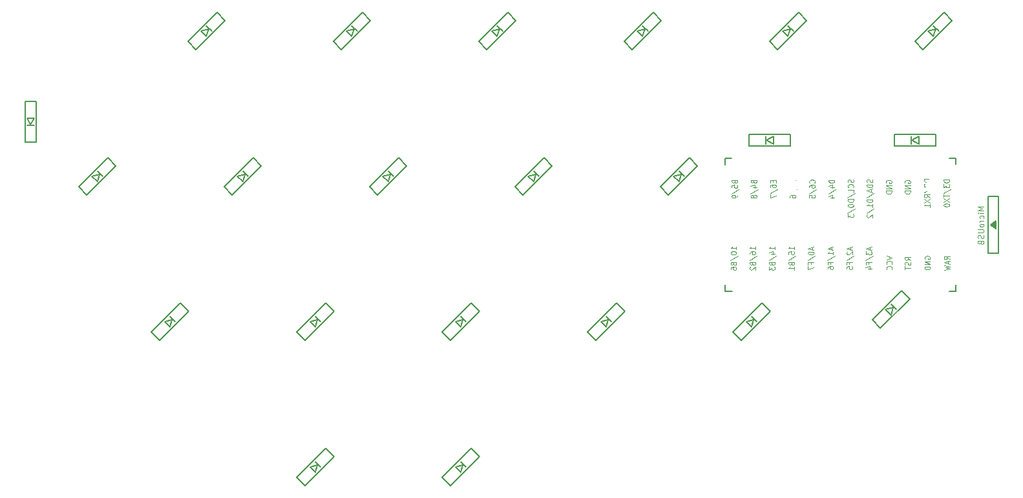
<source format=gbo>
G04 #@! TF.GenerationSoftware,KiCad,Pcbnew,(5.1.10-1-10_14)*
G04 #@! TF.CreationDate,2021-09-05T18:36:36+10:00*
G04 #@! TF.ProjectId,WTL-Split-Right,57544c2d-5370-46c6-9974-2d5269676874,rev?*
G04 #@! TF.SameCoordinates,Original*
G04 #@! TF.FileFunction,Legend,Bot*
G04 #@! TF.FilePolarity,Positive*
%FSLAX46Y46*%
G04 Gerber Fmt 4.6, Leading zero omitted, Abs format (unit mm)*
G04 Created by KiCad (PCBNEW (5.1.10-1-10_14)) date 2021-09-05 18:36:36*
%MOMM*%
%LPD*%
G01*
G04 APERTURE LIST*
%ADD10C,0.150000*%
%ADD11C,0.125000*%
%ADD12C,0.120000*%
%ADD13C,1.200000*%
%ADD14C,0.100000*%
%ADD15R,1.400000X1.000000*%
%ADD16R,1.000000X1.400000*%
%ADD17C,2.250000*%
%ADD18C,3.987800*%
%ADD19C,1.750000*%
%ADD20C,3.048000*%
G04 APERTURE END LIST*
D10*
X118268750Y-92955393D02*
X118975857Y-93662500D01*
X118551593Y-93379657D02*
X117561643Y-93662500D01*
X118268750Y-94369607D02*
X118551593Y-93379657D01*
X117561643Y-93662500D02*
X118268750Y-94369607D01*
X115829232Y-95041358D02*
X116889892Y-96102018D01*
X119647608Y-91222982D02*
X120708268Y-92283642D01*
X115829232Y-95041358D02*
X119647608Y-91222982D01*
X120708268Y-92283642D02*
X116889892Y-96102018D01*
X99218750Y-92955393D02*
X99925857Y-93662500D01*
X99501593Y-93379657D02*
X98511643Y-93662500D01*
X99218750Y-94369607D02*
X99501593Y-93379657D01*
X98511643Y-93662500D02*
X99218750Y-94369607D01*
X96779232Y-95041358D02*
X97839892Y-96102018D01*
X100597608Y-91222982D02*
X101658268Y-92283642D01*
X96779232Y-95041358D02*
X100597608Y-91222982D01*
X101658268Y-92283642D02*
X97839892Y-96102018D01*
X174625000Y-72317893D02*
X175332107Y-73025000D01*
X174907843Y-72742157D02*
X173917893Y-73025000D01*
X174625000Y-73732107D02*
X174907843Y-72742157D01*
X173917893Y-73025000D02*
X174625000Y-73732107D01*
X172185482Y-74403858D02*
X173246142Y-75464518D01*
X176003858Y-70585482D02*
X177064518Y-71646142D01*
X172185482Y-74403858D02*
X176003858Y-70585482D01*
X177064518Y-71646142D02*
X173246142Y-75464518D01*
X156368750Y-73905393D02*
X157075857Y-74612500D01*
X156651593Y-74329657D02*
X155661643Y-74612500D01*
X156368750Y-75319607D02*
X156651593Y-74329657D01*
X155661643Y-74612500D02*
X156368750Y-75319607D01*
X153929232Y-75991358D02*
X154989892Y-77052018D01*
X157747608Y-72172982D02*
X158808268Y-73233642D01*
X153929232Y-75991358D02*
X157747608Y-72172982D01*
X158808268Y-73233642D02*
X154989892Y-77052018D01*
X137318750Y-73905393D02*
X138025857Y-74612500D01*
X137601593Y-74329657D02*
X136611643Y-74612500D01*
X137318750Y-75319607D02*
X137601593Y-74329657D01*
X136611643Y-74612500D02*
X137318750Y-75319607D01*
X134879232Y-75991358D02*
X135939892Y-77052018D01*
X138697608Y-72172982D02*
X139758268Y-73233642D01*
X134879232Y-75991358D02*
X138697608Y-72172982D01*
X139758268Y-73233642D02*
X135939892Y-77052018D01*
X118268750Y-73905393D02*
X118975857Y-74612500D01*
X118551593Y-74329657D02*
X117561643Y-74612500D01*
X118268750Y-75319607D02*
X118551593Y-74329657D01*
X117561643Y-74612500D02*
X118268750Y-75319607D01*
X115829232Y-75991358D02*
X116889892Y-77052018D01*
X119647608Y-72172982D02*
X120708268Y-73233642D01*
X115829232Y-75991358D02*
X119647608Y-72172982D01*
X120708268Y-73233642D02*
X116889892Y-77052018D01*
X99218750Y-73905393D02*
X99925857Y-74612500D01*
X99501593Y-74329657D02*
X98511643Y-74612500D01*
X99218750Y-75319607D02*
X99501593Y-74329657D01*
X98511643Y-74612500D02*
X99218750Y-75319607D01*
X96779232Y-75991358D02*
X97839892Y-77052018D01*
X100597608Y-72172982D02*
X101658268Y-73233642D01*
X96779232Y-75991358D02*
X100597608Y-72172982D01*
X101658268Y-73233642D02*
X97839892Y-77052018D01*
X80168750Y-73905393D02*
X80875857Y-74612500D01*
X80451593Y-74329657D02*
X79461643Y-74612500D01*
X80168750Y-75319607D02*
X80451593Y-74329657D01*
X79461643Y-74612500D02*
X80168750Y-75319607D01*
X77729232Y-75991358D02*
X78789892Y-77052018D01*
X81547608Y-72172982D02*
X82608268Y-73233642D01*
X77729232Y-75991358D02*
X81547608Y-72172982D01*
X82608268Y-73233642D02*
X78789892Y-77052018D01*
X177300000Y-51300000D02*
X177300000Y-50300000D01*
X177400000Y-50800000D02*
X178300000Y-51300000D01*
X178300000Y-50300000D02*
X177400000Y-50800000D01*
X178300000Y-51300000D02*
X178300000Y-50300000D01*
X180500000Y-51550000D02*
X180500000Y-50050000D01*
X175100000Y-51550000D02*
X175100000Y-50050000D01*
X180500000Y-51550000D02*
X175100000Y-51550000D01*
X175100000Y-50050000D02*
X180500000Y-50050000D01*
X158250000Y-51300000D02*
X158250000Y-50300000D01*
X158350000Y-50800000D02*
X159250000Y-51300000D01*
X159250000Y-50300000D02*
X158350000Y-50800000D01*
X159250000Y-51300000D02*
X159250000Y-50300000D01*
X161450000Y-51550000D02*
X161450000Y-50050000D01*
X156050000Y-51550000D02*
X156050000Y-50050000D01*
X161450000Y-51550000D02*
X156050000Y-51550000D01*
X156050000Y-50050000D02*
X161450000Y-50050000D01*
X146843750Y-54855393D02*
X147550857Y-55562500D01*
X147126593Y-55279657D02*
X146136643Y-55562500D01*
X146843750Y-56269607D02*
X147126593Y-55279657D01*
X146136643Y-55562500D02*
X146843750Y-56269607D01*
X144404232Y-56941358D02*
X145464892Y-58002018D01*
X148222608Y-53122982D02*
X149283268Y-54183642D01*
X144404232Y-56941358D02*
X148222608Y-53122982D01*
X149283268Y-54183642D02*
X145464892Y-58002018D01*
X127793750Y-54855393D02*
X128500857Y-55562500D01*
X128076593Y-55279657D02*
X127086643Y-55562500D01*
X127793750Y-56269607D02*
X128076593Y-55279657D01*
X127086643Y-55562500D02*
X127793750Y-56269607D01*
X125354232Y-56941358D02*
X126414892Y-58002018D01*
X129172608Y-53122982D02*
X130233268Y-54183642D01*
X125354232Y-56941358D02*
X129172608Y-53122982D01*
X130233268Y-54183642D02*
X126414892Y-58002018D01*
X108743750Y-54855393D02*
X109450857Y-55562500D01*
X109026593Y-55279657D02*
X108036643Y-55562500D01*
X108743750Y-56269607D02*
X109026593Y-55279657D01*
X108036643Y-55562500D02*
X108743750Y-56269607D01*
X106304232Y-56941358D02*
X107364892Y-58002018D01*
X110122608Y-53122982D02*
X111183268Y-54183642D01*
X106304232Y-56941358D02*
X110122608Y-53122982D01*
X111183268Y-54183642D02*
X107364892Y-58002018D01*
X89693750Y-54855393D02*
X90400857Y-55562500D01*
X89976593Y-55279657D02*
X88986643Y-55562500D01*
X89693750Y-56269607D02*
X89976593Y-55279657D01*
X88986643Y-55562500D02*
X89693750Y-56269607D01*
X87254232Y-56941358D02*
X88314892Y-58002018D01*
X91072608Y-53122982D02*
X92133268Y-54183642D01*
X87254232Y-56941358D02*
X91072608Y-53122982D01*
X92133268Y-54183642D02*
X88314892Y-58002018D01*
X70643750Y-54855393D02*
X71350857Y-55562500D01*
X70926593Y-55279657D02*
X69936643Y-55562500D01*
X70643750Y-56269607D02*
X70926593Y-55279657D01*
X69936643Y-55562500D02*
X70643750Y-56269607D01*
X68204232Y-56941358D02*
X69264892Y-58002018D01*
X72022608Y-53122982D02*
X73083268Y-54183642D01*
X68204232Y-56941358D02*
X72022608Y-53122982D01*
X73083268Y-54183642D02*
X69264892Y-58002018D01*
X180181250Y-35805393D02*
X180888357Y-36512500D01*
X180464093Y-36229657D02*
X179474143Y-36512500D01*
X180181250Y-37219607D02*
X180464093Y-36229657D01*
X179474143Y-36512500D02*
X180181250Y-37219607D01*
X177741732Y-37891358D02*
X178802392Y-38952018D01*
X181560108Y-34072982D02*
X182620768Y-35133642D01*
X177741732Y-37891358D02*
X181560108Y-34072982D01*
X182620768Y-35133642D02*
X178802392Y-38952018D01*
X161131250Y-35805393D02*
X161838357Y-36512500D01*
X161414093Y-36229657D02*
X160424143Y-36512500D01*
X161131250Y-37219607D02*
X161414093Y-36229657D01*
X160424143Y-36512500D02*
X161131250Y-37219607D01*
X158691732Y-37891358D02*
X159752392Y-38952018D01*
X162510108Y-34072982D02*
X163570768Y-35133642D01*
X158691732Y-37891358D02*
X162510108Y-34072982D01*
X163570768Y-35133642D02*
X159752392Y-38952018D01*
X142081250Y-35805393D02*
X142788357Y-36512500D01*
X142364093Y-36229657D02*
X141374143Y-36512500D01*
X142081250Y-37219607D02*
X142364093Y-36229657D01*
X141374143Y-36512500D02*
X142081250Y-37219607D01*
X139641732Y-37891358D02*
X140702392Y-38952018D01*
X143460108Y-34072982D02*
X144520768Y-35133642D01*
X139641732Y-37891358D02*
X143460108Y-34072982D01*
X144520768Y-35133642D02*
X140702392Y-38952018D01*
X123031250Y-35805393D02*
X123738357Y-36512500D01*
X123314093Y-36229657D02*
X122324143Y-36512500D01*
X123031250Y-37219607D02*
X123314093Y-36229657D01*
X122324143Y-36512500D02*
X123031250Y-37219607D01*
X120591732Y-37891358D02*
X121652392Y-38952018D01*
X124410108Y-34072982D02*
X125470768Y-35133642D01*
X120591732Y-37891358D02*
X124410108Y-34072982D01*
X125470768Y-35133642D02*
X121652392Y-38952018D01*
X103981250Y-35805393D02*
X104688357Y-36512500D01*
X104264093Y-36229657D02*
X103274143Y-36512500D01*
X103981250Y-37219607D02*
X104264093Y-36229657D01*
X103274143Y-36512500D02*
X103981250Y-37219607D01*
X101541732Y-37891358D02*
X102602392Y-38952018D01*
X105360108Y-34072982D02*
X106420768Y-35133642D01*
X101541732Y-37891358D02*
X105360108Y-34072982D01*
X106420768Y-35133642D02*
X102602392Y-38952018D01*
X84931250Y-35805393D02*
X85638357Y-36512500D01*
X85214093Y-36229657D02*
X84224143Y-36512500D01*
X84931250Y-37219607D02*
X85214093Y-36229657D01*
X84224143Y-36512500D02*
X84931250Y-37219607D01*
X82491732Y-37891358D02*
X83552392Y-38952018D01*
X86310108Y-34072982D02*
X87370768Y-35133642D01*
X82491732Y-37891358D02*
X86310108Y-34072982D01*
X87370768Y-35133642D02*
X83552392Y-38952018D01*
X62412500Y-48918750D02*
X61412500Y-48918750D01*
X61912500Y-48818750D02*
X62412500Y-47918750D01*
X61412500Y-47918750D02*
X61912500Y-48818750D01*
X62412500Y-47918750D02*
X61412500Y-47918750D01*
X62662500Y-45718750D02*
X61162500Y-45718750D01*
X62662500Y-51118750D02*
X61162500Y-51118750D01*
X62662500Y-45718750D02*
X62662500Y-51118750D01*
X61162500Y-51118750D02*
X61162500Y-45718750D01*
X152881250Y-53162500D02*
X152881250Y-54022500D01*
X152881250Y-70662500D02*
X152881250Y-69812500D01*
X153731250Y-53162500D02*
X152881250Y-53162500D01*
X153781250Y-70662500D02*
X152881250Y-70662500D01*
X183081250Y-53162500D02*
X183081250Y-53962500D01*
X183081250Y-70662500D02*
X183081250Y-69812500D01*
X183081250Y-53162500D02*
X182231250Y-53162500D01*
X183081250Y-70662500D02*
X182231250Y-70662500D01*
X188681250Y-65662500D02*
X187381250Y-65662500D01*
X187381250Y-65662500D02*
X187381250Y-58162500D01*
X187381250Y-58162500D02*
X188681250Y-58162500D01*
X188681250Y-58162500D02*
X188681250Y-65662500D01*
X188331250Y-62412500D02*
X188331250Y-61412500D01*
X188331250Y-61412500D02*
X187681250Y-61912500D01*
X187681250Y-61912500D02*
X188331250Y-62412500D01*
X188181250Y-62262500D02*
X188181250Y-61562500D01*
X188031250Y-62162500D02*
X188031250Y-61662500D01*
X187881250Y-62062500D02*
X187881250Y-61762500D01*
D11*
X182320535Y-66444880D02*
X181963392Y-66221547D01*
X182320535Y-66062023D02*
X181570535Y-66062023D01*
X181570535Y-66317261D01*
X181606250Y-66381071D01*
X181641964Y-66412976D01*
X181713392Y-66444880D01*
X181820535Y-66444880D01*
X181891964Y-66412976D01*
X181927678Y-66381071D01*
X181963392Y-66317261D01*
X181963392Y-66062023D01*
X182106250Y-66700119D02*
X182106250Y-67019166D01*
X182320535Y-66636309D02*
X181570535Y-66859642D01*
X182320535Y-67082976D01*
X181570535Y-67242500D02*
X182320535Y-67402023D01*
X181784821Y-67529642D01*
X182320535Y-67657261D01*
X181570535Y-67816785D01*
X179056250Y-66397023D02*
X179020535Y-66333214D01*
X179020535Y-66237500D01*
X179056250Y-66141785D01*
X179127678Y-66077976D01*
X179199107Y-66046071D01*
X179341964Y-66014166D01*
X179449107Y-66014166D01*
X179591964Y-66046071D01*
X179663392Y-66077976D01*
X179734821Y-66141785D01*
X179770535Y-66237500D01*
X179770535Y-66301309D01*
X179734821Y-66397023D01*
X179699107Y-66428928D01*
X179449107Y-66428928D01*
X179449107Y-66301309D01*
X179770535Y-66716071D02*
X179020535Y-66716071D01*
X179770535Y-67098928D01*
X179020535Y-67098928D01*
X179770535Y-67417976D02*
X179020535Y-67417976D01*
X179020535Y-67577500D01*
X179056250Y-67673214D01*
X179127678Y-67737023D01*
X179199107Y-67768928D01*
X179341964Y-67800833D01*
X179449107Y-67800833D01*
X179591964Y-67768928D01*
X179663392Y-67737023D01*
X179734821Y-67673214D01*
X179770535Y-67577500D01*
X179770535Y-67417976D01*
X177220535Y-66540595D02*
X176863392Y-66317261D01*
X177220535Y-66157738D02*
X176470535Y-66157738D01*
X176470535Y-66412976D01*
X176506250Y-66476785D01*
X176541964Y-66508690D01*
X176613392Y-66540595D01*
X176720535Y-66540595D01*
X176791964Y-66508690D01*
X176827678Y-66476785D01*
X176863392Y-66412976D01*
X176863392Y-66157738D01*
X177184821Y-66795833D02*
X177220535Y-66891547D01*
X177220535Y-67051071D01*
X177184821Y-67114880D01*
X177149107Y-67146785D01*
X177077678Y-67178690D01*
X177006250Y-67178690D01*
X176934821Y-67146785D01*
X176899107Y-67114880D01*
X176863392Y-67051071D01*
X176827678Y-66923452D01*
X176791964Y-66859642D01*
X176756250Y-66827738D01*
X176684821Y-66795833D01*
X176613392Y-66795833D01*
X176541964Y-66827738D01*
X176506250Y-66859642D01*
X176470535Y-66923452D01*
X176470535Y-67082976D01*
X176506250Y-67178690D01*
X176470535Y-67370119D02*
X176470535Y-67752976D01*
X177220535Y-67561547D02*
X176470535Y-67561547D01*
X174020535Y-66014166D02*
X174770535Y-66237500D01*
X174020535Y-66460833D01*
X174699107Y-67067023D02*
X174734821Y-67035119D01*
X174770535Y-66939404D01*
X174770535Y-66875595D01*
X174734821Y-66779880D01*
X174663392Y-66716071D01*
X174591964Y-66684166D01*
X174449107Y-66652261D01*
X174341964Y-66652261D01*
X174199107Y-66684166D01*
X174127678Y-66716071D01*
X174056250Y-66779880D01*
X174020535Y-66875595D01*
X174020535Y-66939404D01*
X174056250Y-67035119D01*
X174091964Y-67067023D01*
X174699107Y-67737023D02*
X174734821Y-67705119D01*
X174770535Y-67609404D01*
X174770535Y-67545595D01*
X174734821Y-67449880D01*
X174663392Y-67386071D01*
X174591964Y-67354166D01*
X174449107Y-67322261D01*
X174341964Y-67322261D01*
X174199107Y-67354166D01*
X174127678Y-67386071D01*
X174056250Y-67449880D01*
X174020535Y-67545595D01*
X174020535Y-67609404D01*
X174056250Y-67705119D01*
X174091964Y-67737023D01*
X171856250Y-64871785D02*
X171856250Y-65190833D01*
X172070535Y-64807976D02*
X171320535Y-65031309D01*
X172070535Y-65254642D01*
X171320535Y-65414166D02*
X171320535Y-65828928D01*
X171606250Y-65605595D01*
X171606250Y-65701309D01*
X171641964Y-65765119D01*
X171677678Y-65797023D01*
X171749107Y-65828928D01*
X171927678Y-65828928D01*
X171999107Y-65797023D01*
X172034821Y-65765119D01*
X172070535Y-65701309D01*
X172070535Y-65509880D01*
X172034821Y-65446071D01*
X171999107Y-65414166D01*
X171284821Y-66594642D02*
X172249107Y-66020357D01*
X171677678Y-67041309D02*
X171677678Y-66817976D01*
X172070535Y-66817976D02*
X171320535Y-66817976D01*
X171320535Y-67137023D01*
X171570535Y-67679404D02*
X172070535Y-67679404D01*
X171284821Y-67519880D02*
X171820535Y-67360357D01*
X171820535Y-67775119D01*
X169356250Y-64871785D02*
X169356250Y-65190833D01*
X169570535Y-64807976D02*
X168820535Y-65031309D01*
X169570535Y-65254642D01*
X168891964Y-65446071D02*
X168856250Y-65477976D01*
X168820535Y-65541785D01*
X168820535Y-65701309D01*
X168856250Y-65765119D01*
X168891964Y-65797023D01*
X168963392Y-65828928D01*
X169034821Y-65828928D01*
X169141964Y-65797023D01*
X169570535Y-65414166D01*
X169570535Y-65828928D01*
X168784821Y-66594642D02*
X169749107Y-66020357D01*
X169177678Y-67041309D02*
X169177678Y-66817976D01*
X169570535Y-66817976D02*
X168820535Y-66817976D01*
X168820535Y-67137023D01*
X168820535Y-67711309D02*
X168820535Y-67392261D01*
X169177678Y-67360357D01*
X169141964Y-67392261D01*
X169106250Y-67456071D01*
X169106250Y-67615595D01*
X169141964Y-67679404D01*
X169177678Y-67711309D01*
X169249107Y-67743214D01*
X169427678Y-67743214D01*
X169499107Y-67711309D01*
X169534821Y-67679404D01*
X169570535Y-67615595D01*
X169570535Y-67456071D01*
X169534821Y-67392261D01*
X169499107Y-67360357D01*
X166856250Y-64871785D02*
X166856250Y-65190833D01*
X167070535Y-64807976D02*
X166320535Y-65031309D01*
X167070535Y-65254642D01*
X167070535Y-65828928D02*
X167070535Y-65446071D01*
X167070535Y-65637500D02*
X166320535Y-65637500D01*
X166427678Y-65573690D01*
X166499107Y-65509880D01*
X166534821Y-65446071D01*
X166284821Y-66594642D02*
X167249107Y-66020357D01*
X166677678Y-67041309D02*
X166677678Y-66817976D01*
X167070535Y-66817976D02*
X166320535Y-66817976D01*
X166320535Y-67137023D01*
X166320535Y-67679404D02*
X166320535Y-67551785D01*
X166356250Y-67487976D01*
X166391964Y-67456071D01*
X166499107Y-67392261D01*
X166641964Y-67360357D01*
X166927678Y-67360357D01*
X166999107Y-67392261D01*
X167034821Y-67424166D01*
X167070535Y-67487976D01*
X167070535Y-67615595D01*
X167034821Y-67679404D01*
X166999107Y-67711309D01*
X166927678Y-67743214D01*
X166749107Y-67743214D01*
X166677678Y-67711309D01*
X166641964Y-67679404D01*
X166606250Y-67615595D01*
X166606250Y-67487976D01*
X166641964Y-67424166D01*
X166677678Y-67392261D01*
X166749107Y-67360357D01*
X164306250Y-64871785D02*
X164306250Y-65190833D01*
X164520535Y-64807976D02*
X163770535Y-65031309D01*
X164520535Y-65254642D01*
X163770535Y-65605595D02*
X163770535Y-65669404D01*
X163806250Y-65733214D01*
X163841964Y-65765119D01*
X163913392Y-65797023D01*
X164056250Y-65828928D01*
X164234821Y-65828928D01*
X164377678Y-65797023D01*
X164449107Y-65765119D01*
X164484821Y-65733214D01*
X164520535Y-65669404D01*
X164520535Y-65605595D01*
X164484821Y-65541785D01*
X164449107Y-65509880D01*
X164377678Y-65477976D01*
X164234821Y-65446071D01*
X164056250Y-65446071D01*
X163913392Y-65477976D01*
X163841964Y-65509880D01*
X163806250Y-65541785D01*
X163770535Y-65605595D01*
X163734821Y-66594642D02*
X164699107Y-66020357D01*
X164127678Y-67041309D02*
X164127678Y-66817976D01*
X164520535Y-66817976D02*
X163770535Y-66817976D01*
X163770535Y-67137023D01*
X163770535Y-67328452D02*
X163770535Y-67775119D01*
X164520535Y-67487976D01*
X161970535Y-65174880D02*
X161970535Y-64792023D01*
X161970535Y-64983452D02*
X161220535Y-64983452D01*
X161327678Y-64919642D01*
X161399107Y-64855833D01*
X161434821Y-64792023D01*
X161220535Y-65781071D02*
X161220535Y-65462023D01*
X161577678Y-65430119D01*
X161541964Y-65462023D01*
X161506250Y-65525833D01*
X161506250Y-65685357D01*
X161541964Y-65749166D01*
X161577678Y-65781071D01*
X161649107Y-65812976D01*
X161827678Y-65812976D01*
X161899107Y-65781071D01*
X161934821Y-65749166D01*
X161970535Y-65685357D01*
X161970535Y-65525833D01*
X161934821Y-65462023D01*
X161899107Y-65430119D01*
X161184821Y-66578690D02*
X162149107Y-66004404D01*
X161577678Y-67025357D02*
X161613392Y-67121071D01*
X161649107Y-67152976D01*
X161720535Y-67184880D01*
X161827678Y-67184880D01*
X161899107Y-67152976D01*
X161934821Y-67121071D01*
X161970535Y-67057261D01*
X161970535Y-66802023D01*
X161220535Y-66802023D01*
X161220535Y-67025357D01*
X161256250Y-67089166D01*
X161291964Y-67121071D01*
X161363392Y-67152976D01*
X161434821Y-67152976D01*
X161506250Y-67121071D01*
X161541964Y-67089166D01*
X161577678Y-67025357D01*
X161577678Y-66802023D01*
X161970535Y-67822976D02*
X161970535Y-67440119D01*
X161970535Y-67631547D02*
X161220535Y-67631547D01*
X161327678Y-67567738D01*
X161399107Y-67503928D01*
X161434821Y-67440119D01*
X159420535Y-65174880D02*
X159420535Y-64792023D01*
X159420535Y-64983452D02*
X158670535Y-64983452D01*
X158777678Y-64919642D01*
X158849107Y-64855833D01*
X158884821Y-64792023D01*
X158920535Y-65749166D02*
X159420535Y-65749166D01*
X158634821Y-65589642D02*
X159170535Y-65430119D01*
X159170535Y-65844880D01*
X158634821Y-66578690D02*
X159599107Y-66004404D01*
X159027678Y-67025357D02*
X159063392Y-67121071D01*
X159099107Y-67152976D01*
X159170535Y-67184880D01*
X159277678Y-67184880D01*
X159349107Y-67152976D01*
X159384821Y-67121071D01*
X159420535Y-67057261D01*
X159420535Y-66802023D01*
X158670535Y-66802023D01*
X158670535Y-67025357D01*
X158706250Y-67089166D01*
X158741964Y-67121071D01*
X158813392Y-67152976D01*
X158884821Y-67152976D01*
X158956250Y-67121071D01*
X158991964Y-67089166D01*
X159027678Y-67025357D01*
X159027678Y-66802023D01*
X158670535Y-67408214D02*
X158670535Y-67822976D01*
X158956250Y-67599642D01*
X158956250Y-67695357D01*
X158991964Y-67759166D01*
X159027678Y-67791071D01*
X159099107Y-67822976D01*
X159277678Y-67822976D01*
X159349107Y-67791071D01*
X159384821Y-67759166D01*
X159420535Y-67695357D01*
X159420535Y-67503928D01*
X159384821Y-67440119D01*
X159349107Y-67408214D01*
X154370535Y-65174880D02*
X154370535Y-64792023D01*
X154370535Y-64983452D02*
X153620535Y-64983452D01*
X153727678Y-64919642D01*
X153799107Y-64855833D01*
X153834821Y-64792023D01*
X153620535Y-65589642D02*
X153620535Y-65653452D01*
X153656250Y-65717261D01*
X153691964Y-65749166D01*
X153763392Y-65781071D01*
X153906250Y-65812976D01*
X154084821Y-65812976D01*
X154227678Y-65781071D01*
X154299107Y-65749166D01*
X154334821Y-65717261D01*
X154370535Y-65653452D01*
X154370535Y-65589642D01*
X154334821Y-65525833D01*
X154299107Y-65493928D01*
X154227678Y-65462023D01*
X154084821Y-65430119D01*
X153906250Y-65430119D01*
X153763392Y-65462023D01*
X153691964Y-65493928D01*
X153656250Y-65525833D01*
X153620535Y-65589642D01*
X153584821Y-66578690D02*
X154549107Y-66004404D01*
X153977678Y-67025357D02*
X154013392Y-67121071D01*
X154049107Y-67152976D01*
X154120535Y-67184880D01*
X154227678Y-67184880D01*
X154299107Y-67152976D01*
X154334821Y-67121071D01*
X154370535Y-67057261D01*
X154370535Y-66802023D01*
X153620535Y-66802023D01*
X153620535Y-67025357D01*
X153656250Y-67089166D01*
X153691964Y-67121071D01*
X153763392Y-67152976D01*
X153834821Y-67152976D01*
X153906250Y-67121071D01*
X153941964Y-67089166D01*
X153977678Y-67025357D01*
X153977678Y-66802023D01*
X153620535Y-67759166D02*
X153620535Y-67631547D01*
X153656250Y-67567738D01*
X153691964Y-67535833D01*
X153799107Y-67472023D01*
X153941964Y-67440119D01*
X154227678Y-67440119D01*
X154299107Y-67472023D01*
X154334821Y-67503928D01*
X154370535Y-67567738D01*
X154370535Y-67695357D01*
X154334821Y-67759166D01*
X154299107Y-67791071D01*
X154227678Y-67822976D01*
X154049107Y-67822976D01*
X153977678Y-67791071D01*
X153941964Y-67759166D01*
X153906250Y-67695357D01*
X153906250Y-67567738D01*
X153941964Y-67503928D01*
X153977678Y-67472023D01*
X154049107Y-67440119D01*
X156870535Y-65174880D02*
X156870535Y-64792023D01*
X156870535Y-64983452D02*
X156120535Y-64983452D01*
X156227678Y-64919642D01*
X156299107Y-64855833D01*
X156334821Y-64792023D01*
X156120535Y-65749166D02*
X156120535Y-65621547D01*
X156156250Y-65557738D01*
X156191964Y-65525833D01*
X156299107Y-65462023D01*
X156441964Y-65430119D01*
X156727678Y-65430119D01*
X156799107Y-65462023D01*
X156834821Y-65493928D01*
X156870535Y-65557738D01*
X156870535Y-65685357D01*
X156834821Y-65749166D01*
X156799107Y-65781071D01*
X156727678Y-65812976D01*
X156549107Y-65812976D01*
X156477678Y-65781071D01*
X156441964Y-65749166D01*
X156406250Y-65685357D01*
X156406250Y-65557738D01*
X156441964Y-65493928D01*
X156477678Y-65462023D01*
X156549107Y-65430119D01*
X156084821Y-66578690D02*
X157049107Y-66004404D01*
X156477678Y-67025357D02*
X156513392Y-67121071D01*
X156549107Y-67152976D01*
X156620535Y-67184880D01*
X156727678Y-67184880D01*
X156799107Y-67152976D01*
X156834821Y-67121071D01*
X156870535Y-67057261D01*
X156870535Y-66802023D01*
X156120535Y-66802023D01*
X156120535Y-67025357D01*
X156156250Y-67089166D01*
X156191964Y-67121071D01*
X156263392Y-67152976D01*
X156334821Y-67152976D01*
X156406250Y-67121071D01*
X156441964Y-67089166D01*
X156477678Y-67025357D01*
X156477678Y-66802023D01*
X156191964Y-67440119D02*
X156156250Y-67472023D01*
X156120535Y-67535833D01*
X156120535Y-67695357D01*
X156156250Y-67759166D01*
X156191964Y-67791071D01*
X156263392Y-67822976D01*
X156334821Y-67822976D01*
X156441964Y-67791071D01*
X156870535Y-67408214D01*
X156870535Y-67822976D01*
X159177678Y-56074880D02*
X159177678Y-56298214D01*
X159570535Y-56393928D02*
X159570535Y-56074880D01*
X158820535Y-56074880D01*
X158820535Y-56393928D01*
X158820535Y-56968214D02*
X158820535Y-56840595D01*
X158856250Y-56776785D01*
X158891964Y-56744880D01*
X158999107Y-56681071D01*
X159141964Y-56649166D01*
X159427678Y-56649166D01*
X159499107Y-56681071D01*
X159534821Y-56712976D01*
X159570535Y-56776785D01*
X159570535Y-56904404D01*
X159534821Y-56968214D01*
X159499107Y-57000119D01*
X159427678Y-57032023D01*
X159249107Y-57032023D01*
X159177678Y-57000119D01*
X159141964Y-56968214D01*
X159106250Y-56904404D01*
X159106250Y-56776785D01*
X159141964Y-56712976D01*
X159177678Y-56681071D01*
X159249107Y-56649166D01*
X158784821Y-57797738D02*
X159749107Y-57223452D01*
X158820535Y-57957261D02*
X158820535Y-58403928D01*
X159570535Y-58116785D01*
X162120535Y-56042976D02*
X161370535Y-56042976D01*
X161370535Y-56202500D01*
X161406250Y-56298214D01*
X161477678Y-56362023D01*
X161549107Y-56393928D01*
X161691964Y-56425833D01*
X161799107Y-56425833D01*
X161941964Y-56393928D01*
X162013392Y-56362023D01*
X162084821Y-56298214D01*
X162120535Y-56202500D01*
X162120535Y-56042976D01*
X161370535Y-56649166D02*
X161370535Y-57095833D01*
X162120535Y-56808690D01*
X161334821Y-57829642D02*
X162299107Y-57255357D01*
X161370535Y-58340119D02*
X161370535Y-58212500D01*
X161406250Y-58148690D01*
X161441964Y-58116785D01*
X161549107Y-58052976D01*
X161691964Y-58021071D01*
X161977678Y-58021071D01*
X162049107Y-58052976D01*
X162084821Y-58084880D01*
X162120535Y-58148690D01*
X162120535Y-58276309D01*
X162084821Y-58340119D01*
X162049107Y-58372023D01*
X161977678Y-58403928D01*
X161799107Y-58403928D01*
X161727678Y-58372023D01*
X161691964Y-58340119D01*
X161656250Y-58276309D01*
X161656250Y-58148690D01*
X161691964Y-58084880D01*
X161727678Y-58052976D01*
X161799107Y-58021071D01*
X176456250Y-56447023D02*
X176420535Y-56383214D01*
X176420535Y-56287500D01*
X176456250Y-56191785D01*
X176527678Y-56127976D01*
X176599107Y-56096071D01*
X176741964Y-56064166D01*
X176849107Y-56064166D01*
X176991964Y-56096071D01*
X177063392Y-56127976D01*
X177134821Y-56191785D01*
X177170535Y-56287500D01*
X177170535Y-56351309D01*
X177134821Y-56447023D01*
X177099107Y-56478928D01*
X176849107Y-56478928D01*
X176849107Y-56351309D01*
X177170535Y-56766071D02*
X176420535Y-56766071D01*
X177170535Y-57148928D01*
X176420535Y-57148928D01*
X177170535Y-57467976D02*
X176420535Y-57467976D01*
X176420535Y-57627500D01*
X176456250Y-57723214D01*
X176527678Y-57787023D01*
X176599107Y-57818928D01*
X176741964Y-57850833D01*
X176849107Y-57850833D01*
X176991964Y-57818928D01*
X177063392Y-57787023D01*
X177134821Y-57723214D01*
X177170535Y-57627500D01*
X177170535Y-57467976D01*
X174006250Y-56447023D02*
X173970535Y-56383214D01*
X173970535Y-56287500D01*
X174006250Y-56191785D01*
X174077678Y-56127976D01*
X174149107Y-56096071D01*
X174291964Y-56064166D01*
X174399107Y-56064166D01*
X174541964Y-56096071D01*
X174613392Y-56127976D01*
X174684821Y-56191785D01*
X174720535Y-56287500D01*
X174720535Y-56351309D01*
X174684821Y-56447023D01*
X174649107Y-56478928D01*
X174399107Y-56478928D01*
X174399107Y-56351309D01*
X174720535Y-56766071D02*
X173970535Y-56766071D01*
X174720535Y-57148928D01*
X173970535Y-57148928D01*
X174720535Y-57467976D02*
X173970535Y-57467976D01*
X173970535Y-57627500D01*
X174006250Y-57723214D01*
X174077678Y-57787023D01*
X174149107Y-57818928D01*
X174291964Y-57850833D01*
X174399107Y-57850833D01*
X174541964Y-57818928D01*
X174613392Y-57787023D01*
X174684821Y-57723214D01*
X174720535Y-57627500D01*
X174720535Y-57467976D01*
X182270535Y-56018690D02*
X181520535Y-56018690D01*
X181520535Y-56178214D01*
X181556250Y-56273928D01*
X181627678Y-56337738D01*
X181699107Y-56369642D01*
X181841964Y-56401547D01*
X181949107Y-56401547D01*
X182091964Y-56369642D01*
X182163392Y-56337738D01*
X182234821Y-56273928D01*
X182270535Y-56178214D01*
X182270535Y-56018690D01*
X181520535Y-56624880D02*
X181520535Y-57039642D01*
X181806250Y-56816309D01*
X181806250Y-56912023D01*
X181841964Y-56975833D01*
X181877678Y-57007738D01*
X181949107Y-57039642D01*
X182127678Y-57039642D01*
X182199107Y-57007738D01*
X182234821Y-56975833D01*
X182270535Y-56912023D01*
X182270535Y-56720595D01*
X182234821Y-56656785D01*
X182199107Y-56624880D01*
X181484821Y-57805357D02*
X182449107Y-57231071D01*
X181520535Y-57932976D02*
X181520535Y-58315833D01*
X182270535Y-58124404D02*
X181520535Y-58124404D01*
X181520535Y-58475357D02*
X182270535Y-58922023D01*
X181520535Y-58922023D02*
X182270535Y-58475357D01*
X181520535Y-59304880D02*
X181520535Y-59368690D01*
X181556250Y-59432500D01*
X181591964Y-59464404D01*
X181663392Y-59496309D01*
X181806250Y-59528214D01*
X181984821Y-59528214D01*
X182127678Y-59496309D01*
X182199107Y-59464404D01*
X182234821Y-59432500D01*
X182270535Y-59368690D01*
X182270535Y-59304880D01*
X182234821Y-59241071D01*
X182199107Y-59209166D01*
X182127678Y-59177261D01*
X181984821Y-59145357D01*
X181806250Y-59145357D01*
X181663392Y-59177261D01*
X181591964Y-59209166D01*
X181556250Y-59241071D01*
X181520535Y-59304880D01*
X167220535Y-56042976D02*
X166470535Y-56042976D01*
X166470535Y-56202500D01*
X166506250Y-56298214D01*
X166577678Y-56362023D01*
X166649107Y-56393928D01*
X166791964Y-56425833D01*
X166899107Y-56425833D01*
X167041964Y-56393928D01*
X167113392Y-56362023D01*
X167184821Y-56298214D01*
X167220535Y-56202500D01*
X167220535Y-56042976D01*
X166720535Y-57000119D02*
X167220535Y-57000119D01*
X166434821Y-56840595D02*
X166970535Y-56681071D01*
X166970535Y-57095833D01*
X166434821Y-57829642D02*
X167399107Y-57255357D01*
X166720535Y-58340119D02*
X167220535Y-58340119D01*
X166434821Y-58180595D02*
X166970535Y-58021071D01*
X166970535Y-58435833D01*
X172184821Y-55968928D02*
X172220535Y-56064642D01*
X172220535Y-56224166D01*
X172184821Y-56287976D01*
X172149107Y-56319880D01*
X172077678Y-56351785D01*
X172006250Y-56351785D01*
X171934821Y-56319880D01*
X171899107Y-56287976D01*
X171863392Y-56224166D01*
X171827678Y-56096547D01*
X171791964Y-56032738D01*
X171756250Y-56000833D01*
X171684821Y-55968928D01*
X171613392Y-55968928D01*
X171541964Y-56000833D01*
X171506250Y-56032738D01*
X171470535Y-56096547D01*
X171470535Y-56256071D01*
X171506250Y-56351785D01*
X172220535Y-56638928D02*
X171470535Y-56638928D01*
X171470535Y-56798452D01*
X171506250Y-56894166D01*
X171577678Y-56957976D01*
X171649107Y-56989880D01*
X171791964Y-57021785D01*
X171899107Y-57021785D01*
X172041964Y-56989880D01*
X172113392Y-56957976D01*
X172184821Y-56894166D01*
X172220535Y-56798452D01*
X172220535Y-56638928D01*
X172006250Y-57277023D02*
X172006250Y-57596071D01*
X172220535Y-57213214D02*
X171470535Y-57436547D01*
X172220535Y-57659880D01*
X171434821Y-58361785D02*
X172399107Y-57787500D01*
X172220535Y-58585119D02*
X171470535Y-58585119D01*
X171470535Y-58744642D01*
X171506250Y-58840357D01*
X171577678Y-58904166D01*
X171649107Y-58936071D01*
X171791964Y-58967976D01*
X171899107Y-58967976D01*
X172041964Y-58936071D01*
X172113392Y-58904166D01*
X172184821Y-58840357D01*
X172220535Y-58744642D01*
X172220535Y-58585119D01*
X172220535Y-59606071D02*
X172220535Y-59223214D01*
X172220535Y-59414642D02*
X171470535Y-59414642D01*
X171577678Y-59350833D01*
X171649107Y-59287023D01*
X171684821Y-59223214D01*
X171434821Y-60371785D02*
X172399107Y-59797500D01*
X171541964Y-60563214D02*
X171506250Y-60595119D01*
X171470535Y-60658928D01*
X171470535Y-60818452D01*
X171506250Y-60882261D01*
X171541964Y-60914166D01*
X171613392Y-60946071D01*
X171684821Y-60946071D01*
X171791964Y-60914166D01*
X172220535Y-60531309D01*
X172220535Y-60946071D01*
X169684821Y-55984880D02*
X169720535Y-56080595D01*
X169720535Y-56240119D01*
X169684821Y-56303928D01*
X169649107Y-56335833D01*
X169577678Y-56367738D01*
X169506250Y-56367738D01*
X169434821Y-56335833D01*
X169399107Y-56303928D01*
X169363392Y-56240119D01*
X169327678Y-56112500D01*
X169291964Y-56048690D01*
X169256250Y-56016785D01*
X169184821Y-55984880D01*
X169113392Y-55984880D01*
X169041964Y-56016785D01*
X169006250Y-56048690D01*
X168970535Y-56112500D01*
X168970535Y-56272023D01*
X169006250Y-56367738D01*
X169649107Y-57037738D02*
X169684821Y-57005833D01*
X169720535Y-56910119D01*
X169720535Y-56846309D01*
X169684821Y-56750595D01*
X169613392Y-56686785D01*
X169541964Y-56654880D01*
X169399107Y-56622976D01*
X169291964Y-56622976D01*
X169149107Y-56654880D01*
X169077678Y-56686785D01*
X169006250Y-56750595D01*
X168970535Y-56846309D01*
X168970535Y-56910119D01*
X169006250Y-57005833D01*
X169041964Y-57037738D01*
X169720535Y-57643928D02*
X169720535Y-57324880D01*
X168970535Y-57324880D01*
X168934821Y-58345833D02*
X169899107Y-57771547D01*
X169720535Y-58569166D02*
X168970535Y-58569166D01*
X168970535Y-58728690D01*
X169006250Y-58824404D01*
X169077678Y-58888214D01*
X169149107Y-58920119D01*
X169291964Y-58952023D01*
X169399107Y-58952023D01*
X169541964Y-58920119D01*
X169613392Y-58888214D01*
X169684821Y-58824404D01*
X169720535Y-58728690D01*
X169720535Y-58569166D01*
X168970535Y-59366785D02*
X168970535Y-59430595D01*
X169006250Y-59494404D01*
X169041964Y-59526309D01*
X169113392Y-59558214D01*
X169256250Y-59590119D01*
X169434821Y-59590119D01*
X169577678Y-59558214D01*
X169649107Y-59526309D01*
X169684821Y-59494404D01*
X169720535Y-59430595D01*
X169720535Y-59366785D01*
X169684821Y-59302976D01*
X169649107Y-59271071D01*
X169577678Y-59239166D01*
X169434821Y-59207261D01*
X169256250Y-59207261D01*
X169113392Y-59239166D01*
X169041964Y-59271071D01*
X169006250Y-59302976D01*
X168970535Y-59366785D01*
X168934821Y-60355833D02*
X169899107Y-59781547D01*
X168970535Y-60515357D02*
X168970535Y-60930119D01*
X169256250Y-60706785D01*
X169256250Y-60802500D01*
X169291964Y-60866309D01*
X169327678Y-60898214D01*
X169399107Y-60930119D01*
X169577678Y-60930119D01*
X169649107Y-60898214D01*
X169684821Y-60866309D01*
X169720535Y-60802500D01*
X169720535Y-60611071D01*
X169684821Y-60547261D01*
X169649107Y-60515357D01*
X164599107Y-56425833D02*
X164634821Y-56393928D01*
X164670535Y-56298214D01*
X164670535Y-56234404D01*
X164634821Y-56138690D01*
X164563392Y-56074880D01*
X164491964Y-56042976D01*
X164349107Y-56011071D01*
X164241964Y-56011071D01*
X164099107Y-56042976D01*
X164027678Y-56074880D01*
X163956250Y-56138690D01*
X163920535Y-56234404D01*
X163920535Y-56298214D01*
X163956250Y-56393928D01*
X163991964Y-56425833D01*
X163920535Y-57000119D02*
X163920535Y-56872500D01*
X163956250Y-56808690D01*
X163991964Y-56776785D01*
X164099107Y-56712976D01*
X164241964Y-56681071D01*
X164527678Y-56681071D01*
X164599107Y-56712976D01*
X164634821Y-56744880D01*
X164670535Y-56808690D01*
X164670535Y-56936309D01*
X164634821Y-57000119D01*
X164599107Y-57032023D01*
X164527678Y-57063928D01*
X164349107Y-57063928D01*
X164277678Y-57032023D01*
X164241964Y-57000119D01*
X164206250Y-56936309D01*
X164206250Y-56808690D01*
X164241964Y-56744880D01*
X164277678Y-56712976D01*
X164349107Y-56681071D01*
X163884821Y-57829642D02*
X164849107Y-57255357D01*
X163920535Y-58372023D02*
X163920535Y-58052976D01*
X164277678Y-58021071D01*
X164241964Y-58052976D01*
X164206250Y-58116785D01*
X164206250Y-58276309D01*
X164241964Y-58340119D01*
X164277678Y-58372023D01*
X164349107Y-58403928D01*
X164527678Y-58403928D01*
X164599107Y-58372023D01*
X164634821Y-58340119D01*
X164670535Y-58276309D01*
X164670535Y-58116785D01*
X164634821Y-58052976D01*
X164599107Y-58021071D01*
X154127678Y-56266309D02*
X154163392Y-56362023D01*
X154199107Y-56393928D01*
X154270535Y-56425833D01*
X154377678Y-56425833D01*
X154449107Y-56393928D01*
X154484821Y-56362023D01*
X154520535Y-56298214D01*
X154520535Y-56042976D01*
X153770535Y-56042976D01*
X153770535Y-56266309D01*
X153806250Y-56330119D01*
X153841964Y-56362023D01*
X153913392Y-56393928D01*
X153984821Y-56393928D01*
X154056250Y-56362023D01*
X154091964Y-56330119D01*
X154127678Y-56266309D01*
X154127678Y-56042976D01*
X153770535Y-57032023D02*
X153770535Y-56712976D01*
X154127678Y-56681071D01*
X154091964Y-56712976D01*
X154056250Y-56776785D01*
X154056250Y-56936309D01*
X154091964Y-57000119D01*
X154127678Y-57032023D01*
X154199107Y-57063928D01*
X154377678Y-57063928D01*
X154449107Y-57032023D01*
X154484821Y-57000119D01*
X154520535Y-56936309D01*
X154520535Y-56776785D01*
X154484821Y-56712976D01*
X154449107Y-56681071D01*
X153734821Y-57829642D02*
X154699107Y-57255357D01*
X154520535Y-58084880D02*
X154520535Y-58212500D01*
X154484821Y-58276309D01*
X154449107Y-58308214D01*
X154341964Y-58372023D01*
X154199107Y-58403928D01*
X153913392Y-58403928D01*
X153841964Y-58372023D01*
X153806250Y-58340119D01*
X153770535Y-58276309D01*
X153770535Y-58148690D01*
X153806250Y-58084880D01*
X153841964Y-58052976D01*
X153913392Y-58021071D01*
X154091964Y-58021071D01*
X154163392Y-58052976D01*
X154199107Y-58084880D01*
X154234821Y-58148690D01*
X154234821Y-58276309D01*
X154199107Y-58340119D01*
X154163392Y-58372023D01*
X154091964Y-58403928D01*
X179720535Y-55938928D02*
X178970535Y-55938928D01*
X178970535Y-56098452D01*
X179006250Y-56194166D01*
X179077678Y-56257976D01*
X179149107Y-56289880D01*
X179291964Y-56321785D01*
X179399107Y-56321785D01*
X179541964Y-56289880D01*
X179613392Y-56257976D01*
X179684821Y-56194166D01*
X179720535Y-56098452D01*
X179720535Y-55938928D01*
X179041964Y-56577023D02*
X179006250Y-56608928D01*
X178970535Y-56672738D01*
X178970535Y-56832261D01*
X179006250Y-56896071D01*
X179041964Y-56927976D01*
X179113392Y-56959880D01*
X179184821Y-56959880D01*
X179291964Y-56927976D01*
X179720535Y-56545119D01*
X179720535Y-56959880D01*
X178934821Y-57725595D02*
X179899107Y-57151309D01*
X179720535Y-58331785D02*
X179363392Y-58108452D01*
X179720535Y-57948928D02*
X178970535Y-57948928D01*
X178970535Y-58204166D01*
X179006250Y-58267976D01*
X179041964Y-58299880D01*
X179113392Y-58331785D01*
X179220535Y-58331785D01*
X179291964Y-58299880D01*
X179327678Y-58267976D01*
X179363392Y-58204166D01*
X179363392Y-57948928D01*
X178970535Y-58555119D02*
X179720535Y-59001785D01*
X178970535Y-59001785D02*
X179720535Y-58555119D01*
X179720535Y-59607976D02*
X179720535Y-59225119D01*
X179720535Y-59416547D02*
X178970535Y-59416547D01*
X179077678Y-59352738D01*
X179149107Y-59288928D01*
X179184821Y-59225119D01*
X156627678Y-56266309D02*
X156663392Y-56362023D01*
X156699107Y-56393928D01*
X156770535Y-56425833D01*
X156877678Y-56425833D01*
X156949107Y-56393928D01*
X156984821Y-56362023D01*
X157020535Y-56298214D01*
X157020535Y-56042976D01*
X156270535Y-56042976D01*
X156270535Y-56266309D01*
X156306250Y-56330119D01*
X156341964Y-56362023D01*
X156413392Y-56393928D01*
X156484821Y-56393928D01*
X156556250Y-56362023D01*
X156591964Y-56330119D01*
X156627678Y-56266309D01*
X156627678Y-56042976D01*
X156520535Y-57000119D02*
X157020535Y-57000119D01*
X156234821Y-56840595D02*
X156770535Y-56681071D01*
X156770535Y-57095833D01*
X156234821Y-57829642D02*
X157199107Y-57255357D01*
X156591964Y-58148690D02*
X156556250Y-58084880D01*
X156520535Y-58052976D01*
X156449107Y-58021071D01*
X156413392Y-58021071D01*
X156341964Y-58052976D01*
X156306250Y-58084880D01*
X156270535Y-58148690D01*
X156270535Y-58276309D01*
X156306250Y-58340119D01*
X156341964Y-58372023D01*
X156413392Y-58403928D01*
X156449107Y-58403928D01*
X156520535Y-58372023D01*
X156556250Y-58340119D01*
X156591964Y-58276309D01*
X156591964Y-58148690D01*
X156627678Y-58084880D01*
X156663392Y-58052976D01*
X156734821Y-58021071D01*
X156877678Y-58021071D01*
X156949107Y-58052976D01*
X156984821Y-58084880D01*
X157020535Y-58148690D01*
X157020535Y-58276309D01*
X156984821Y-58340119D01*
X156949107Y-58372023D01*
X156877678Y-58403928D01*
X156734821Y-58403928D01*
X156663392Y-58372023D01*
X156627678Y-58340119D01*
X156591964Y-58276309D01*
D12*
X186770535Y-59516071D02*
X186020535Y-59516071D01*
X186556250Y-59766071D01*
X186020535Y-60016071D01*
X186770535Y-60016071D01*
X186770535Y-60373214D02*
X186270535Y-60373214D01*
X186020535Y-60373214D02*
X186056250Y-60337500D01*
X186091964Y-60373214D01*
X186056250Y-60408928D01*
X186020535Y-60373214D01*
X186091964Y-60373214D01*
X186734821Y-61051785D02*
X186770535Y-60980357D01*
X186770535Y-60837500D01*
X186734821Y-60766071D01*
X186699107Y-60730357D01*
X186627678Y-60694642D01*
X186413392Y-60694642D01*
X186341964Y-60730357D01*
X186306250Y-60766071D01*
X186270535Y-60837500D01*
X186270535Y-60980357D01*
X186306250Y-61051785D01*
X186770535Y-61373214D02*
X186270535Y-61373214D01*
X186413392Y-61373214D02*
X186341964Y-61408928D01*
X186306250Y-61444642D01*
X186270535Y-61516071D01*
X186270535Y-61587500D01*
X186770535Y-61944642D02*
X186734821Y-61873214D01*
X186699107Y-61837500D01*
X186627678Y-61801785D01*
X186413392Y-61801785D01*
X186341964Y-61837500D01*
X186306250Y-61873214D01*
X186270535Y-61944642D01*
X186270535Y-62051785D01*
X186306250Y-62123214D01*
X186341964Y-62158928D01*
X186413392Y-62194642D01*
X186627678Y-62194642D01*
X186699107Y-62158928D01*
X186734821Y-62123214D01*
X186770535Y-62051785D01*
X186770535Y-61944642D01*
X186020535Y-62516071D02*
X186627678Y-62516071D01*
X186699107Y-62551785D01*
X186734821Y-62587500D01*
X186770535Y-62658928D01*
X186770535Y-62801785D01*
X186734821Y-62873214D01*
X186699107Y-62908928D01*
X186627678Y-62944642D01*
X186020535Y-62944642D01*
X186734821Y-63266071D02*
X186770535Y-63373214D01*
X186770535Y-63551785D01*
X186734821Y-63623214D01*
X186699107Y-63658928D01*
X186627678Y-63694642D01*
X186556250Y-63694642D01*
X186484821Y-63658928D01*
X186449107Y-63623214D01*
X186413392Y-63551785D01*
X186377678Y-63408928D01*
X186341964Y-63337500D01*
X186306250Y-63301785D01*
X186234821Y-63266071D01*
X186163392Y-63266071D01*
X186091964Y-63301785D01*
X186056250Y-63337500D01*
X186020535Y-63408928D01*
X186020535Y-63587500D01*
X186056250Y-63694642D01*
X186377678Y-64266071D02*
X186413392Y-64373214D01*
X186449107Y-64408928D01*
X186520535Y-64444642D01*
X186627678Y-64444642D01*
X186699107Y-64408928D01*
X186734821Y-64373214D01*
X186770535Y-64301785D01*
X186770535Y-64016071D01*
X186020535Y-64016071D01*
X186020535Y-64266071D01*
X186056250Y-64337500D01*
X186091964Y-64373214D01*
X186163392Y-64408928D01*
X186234821Y-64408928D01*
X186306250Y-64373214D01*
X186341964Y-64337500D01*
X186377678Y-64266071D01*
X186377678Y-64016071D01*
X186770535Y-59516071D02*
X186020535Y-59516071D01*
X186556250Y-59766071D01*
X186020535Y-60016071D01*
X186770535Y-60016071D01*
X186770535Y-60373214D02*
X186270535Y-60373214D01*
X186020535Y-60373214D02*
X186056250Y-60337500D01*
X186091964Y-60373214D01*
X186056250Y-60408928D01*
X186020535Y-60373214D01*
X186091964Y-60373214D01*
X186734821Y-61051785D02*
X186770535Y-60980357D01*
X186770535Y-60837500D01*
X186734821Y-60766071D01*
X186699107Y-60730357D01*
X186627678Y-60694642D01*
X186413392Y-60694642D01*
X186341964Y-60730357D01*
X186306250Y-60766071D01*
X186270535Y-60837500D01*
X186270535Y-60980357D01*
X186306250Y-61051785D01*
X186770535Y-61373214D02*
X186270535Y-61373214D01*
X186413392Y-61373214D02*
X186341964Y-61408928D01*
X186306250Y-61444642D01*
X186270535Y-61516071D01*
X186270535Y-61587500D01*
X186770535Y-61944642D02*
X186734821Y-61873214D01*
X186699107Y-61837500D01*
X186627678Y-61801785D01*
X186413392Y-61801785D01*
X186341964Y-61837500D01*
X186306250Y-61873214D01*
X186270535Y-61944642D01*
X186270535Y-62051785D01*
X186306250Y-62123214D01*
X186341964Y-62158928D01*
X186413392Y-62194642D01*
X186627678Y-62194642D01*
X186699107Y-62158928D01*
X186734821Y-62123214D01*
X186770535Y-62051785D01*
X186770535Y-61944642D01*
X186020535Y-62516071D02*
X186627678Y-62516071D01*
X186699107Y-62551785D01*
X186734821Y-62587500D01*
X186770535Y-62658928D01*
X186770535Y-62801785D01*
X186734821Y-62873214D01*
X186699107Y-62908928D01*
X186627678Y-62944642D01*
X186020535Y-62944642D01*
X186734821Y-63266071D02*
X186770535Y-63373214D01*
X186770535Y-63551785D01*
X186734821Y-63623214D01*
X186699107Y-63658928D01*
X186627678Y-63694642D01*
X186556250Y-63694642D01*
X186484821Y-63658928D01*
X186449107Y-63623214D01*
X186413392Y-63551785D01*
X186377678Y-63408928D01*
X186341964Y-63337500D01*
X186306250Y-63301785D01*
X186234821Y-63266071D01*
X186163392Y-63266071D01*
X186091964Y-63301785D01*
X186056250Y-63337500D01*
X186020535Y-63408928D01*
X186020535Y-63587500D01*
X186056250Y-63694642D01*
X186377678Y-64266071D02*
X186413392Y-64373214D01*
X186449107Y-64408928D01*
X186520535Y-64444642D01*
X186627678Y-64444642D01*
X186699107Y-64408928D01*
X186734821Y-64373214D01*
X186770535Y-64301785D01*
X186770535Y-64016071D01*
X186020535Y-64016071D01*
X186020535Y-64266071D01*
X186056250Y-64337500D01*
X186091964Y-64373214D01*
X186163392Y-64408928D01*
X186234821Y-64408928D01*
X186306250Y-64373214D01*
X186341964Y-64337500D01*
X186377678Y-64266071D01*
X186377678Y-64016071D01*
%LPC*%
D13*
X68262500Y-41837500D03*
X68262500Y-34837500D03*
D14*
G36*
X117155056Y-94069087D02*
G01*
X117862163Y-94776194D01*
X116872214Y-95766143D01*
X116165107Y-95059036D01*
X117155056Y-94069087D01*
G37*
G36*
X119665286Y-91558857D02*
G01*
X120372393Y-92265964D01*
X119382444Y-93255913D01*
X118675337Y-92548806D01*
X119665286Y-91558857D01*
G37*
G36*
X98105056Y-94069087D02*
G01*
X98812163Y-94776194D01*
X97822214Y-95766143D01*
X97115107Y-95059036D01*
X98105056Y-94069087D01*
G37*
G36*
X100615286Y-91558857D02*
G01*
X101322393Y-92265964D01*
X100332444Y-93255913D01*
X99625337Y-92548806D01*
X100615286Y-91558857D01*
G37*
G36*
X173511306Y-73431587D02*
G01*
X174218413Y-74138694D01*
X173228464Y-75128643D01*
X172521357Y-74421536D01*
X173511306Y-73431587D01*
G37*
G36*
X176021536Y-70921357D02*
G01*
X176728643Y-71628464D01*
X175738694Y-72618413D01*
X175031587Y-71911306D01*
X176021536Y-70921357D01*
G37*
G36*
X155255056Y-75019087D02*
G01*
X155962163Y-75726194D01*
X154972214Y-76716143D01*
X154265107Y-76009036D01*
X155255056Y-75019087D01*
G37*
G36*
X157765286Y-72508857D02*
G01*
X158472393Y-73215964D01*
X157482444Y-74205913D01*
X156775337Y-73498806D01*
X157765286Y-72508857D01*
G37*
G36*
X136205056Y-75019087D02*
G01*
X136912163Y-75726194D01*
X135922214Y-76716143D01*
X135215107Y-76009036D01*
X136205056Y-75019087D01*
G37*
G36*
X138715286Y-72508857D02*
G01*
X139422393Y-73215964D01*
X138432444Y-74205913D01*
X137725337Y-73498806D01*
X138715286Y-72508857D01*
G37*
G36*
X117155056Y-75019087D02*
G01*
X117862163Y-75726194D01*
X116872214Y-76716143D01*
X116165107Y-76009036D01*
X117155056Y-75019087D01*
G37*
G36*
X119665286Y-72508857D02*
G01*
X120372393Y-73215964D01*
X119382444Y-74205913D01*
X118675337Y-73498806D01*
X119665286Y-72508857D01*
G37*
G36*
X98105056Y-75019087D02*
G01*
X98812163Y-75726194D01*
X97822214Y-76716143D01*
X97115107Y-76009036D01*
X98105056Y-75019087D01*
G37*
G36*
X100615286Y-72508857D02*
G01*
X101322393Y-73215964D01*
X100332444Y-74205913D01*
X99625337Y-73498806D01*
X100615286Y-72508857D01*
G37*
G36*
X79055056Y-75019087D02*
G01*
X79762163Y-75726194D01*
X78772214Y-76716143D01*
X78065107Y-76009036D01*
X79055056Y-75019087D01*
G37*
G36*
X81565286Y-72508857D02*
G01*
X82272393Y-73215964D01*
X81282444Y-74205913D01*
X80575337Y-73498806D01*
X81565286Y-72508857D01*
G37*
D15*
X179575000Y-50800000D03*
X176025000Y-50800000D03*
X160525000Y-50800000D03*
X156975000Y-50800000D03*
D14*
G36*
X145730056Y-55969087D02*
G01*
X146437163Y-56676194D01*
X145447214Y-57666143D01*
X144740107Y-56959036D01*
X145730056Y-55969087D01*
G37*
G36*
X148240286Y-53458857D02*
G01*
X148947393Y-54165964D01*
X147957444Y-55155913D01*
X147250337Y-54448806D01*
X148240286Y-53458857D01*
G37*
G36*
X126680056Y-55969087D02*
G01*
X127387163Y-56676194D01*
X126397214Y-57666143D01*
X125690107Y-56959036D01*
X126680056Y-55969087D01*
G37*
G36*
X129190286Y-53458857D02*
G01*
X129897393Y-54165964D01*
X128907444Y-55155913D01*
X128200337Y-54448806D01*
X129190286Y-53458857D01*
G37*
G36*
X107630056Y-55969087D02*
G01*
X108337163Y-56676194D01*
X107347214Y-57666143D01*
X106640107Y-56959036D01*
X107630056Y-55969087D01*
G37*
G36*
X110140286Y-53458857D02*
G01*
X110847393Y-54165964D01*
X109857444Y-55155913D01*
X109150337Y-54448806D01*
X110140286Y-53458857D01*
G37*
G36*
X88580056Y-55969087D02*
G01*
X89287163Y-56676194D01*
X88297214Y-57666143D01*
X87590107Y-56959036D01*
X88580056Y-55969087D01*
G37*
G36*
X91090286Y-53458857D02*
G01*
X91797393Y-54165964D01*
X90807444Y-55155913D01*
X90100337Y-54448806D01*
X91090286Y-53458857D01*
G37*
G36*
X69530056Y-55969087D02*
G01*
X70237163Y-56676194D01*
X69247214Y-57666143D01*
X68540107Y-56959036D01*
X69530056Y-55969087D01*
G37*
G36*
X72040286Y-53458857D02*
G01*
X72747393Y-54165964D01*
X71757444Y-55155913D01*
X71050337Y-54448806D01*
X72040286Y-53458857D01*
G37*
G36*
X179067556Y-36919087D02*
G01*
X179774663Y-37626194D01*
X178784714Y-38616143D01*
X178077607Y-37909036D01*
X179067556Y-36919087D01*
G37*
G36*
X181577786Y-34408857D02*
G01*
X182284893Y-35115964D01*
X181294944Y-36105913D01*
X180587837Y-35398806D01*
X181577786Y-34408857D01*
G37*
G36*
X160017556Y-36919087D02*
G01*
X160724663Y-37626194D01*
X159734714Y-38616143D01*
X159027607Y-37909036D01*
X160017556Y-36919087D01*
G37*
G36*
X162527786Y-34408857D02*
G01*
X163234893Y-35115964D01*
X162244944Y-36105913D01*
X161537837Y-35398806D01*
X162527786Y-34408857D01*
G37*
G36*
X140967556Y-36919087D02*
G01*
X141674663Y-37626194D01*
X140684714Y-38616143D01*
X139977607Y-37909036D01*
X140967556Y-36919087D01*
G37*
G36*
X143477786Y-34408857D02*
G01*
X144184893Y-35115964D01*
X143194944Y-36105913D01*
X142487837Y-35398806D01*
X143477786Y-34408857D01*
G37*
G36*
X121917556Y-36919087D02*
G01*
X122624663Y-37626194D01*
X121634714Y-38616143D01*
X120927607Y-37909036D01*
X121917556Y-36919087D01*
G37*
G36*
X124427786Y-34408857D02*
G01*
X125134893Y-35115964D01*
X124144944Y-36105913D01*
X123437837Y-35398806D01*
X124427786Y-34408857D01*
G37*
G36*
X102867556Y-36919087D02*
G01*
X103574663Y-37626194D01*
X102584714Y-38616143D01*
X101877607Y-37909036D01*
X102867556Y-36919087D01*
G37*
G36*
X105377786Y-34408857D02*
G01*
X106084893Y-35115964D01*
X105094944Y-36105913D01*
X104387837Y-35398806D01*
X105377786Y-34408857D01*
G37*
G36*
X83817556Y-36919087D02*
G01*
X84524663Y-37626194D01*
X83534714Y-38616143D01*
X82827607Y-37909036D01*
X83817556Y-36919087D01*
G37*
G36*
X86327786Y-34408857D02*
G01*
X87034893Y-35115964D01*
X86044944Y-36105913D01*
X85337837Y-35398806D01*
X86327786Y-34408857D01*
G37*
D16*
X61912500Y-46643750D03*
X61912500Y-50193750D03*
D17*
X85090000Y-94932500D03*
D18*
X82550000Y-100012500D03*
D17*
X78740000Y-97472500D03*
D19*
X77470000Y-100012500D03*
X87630000Y-100012500D03*
D20*
X70643750Y-93027500D03*
X94456250Y-93027500D03*
D18*
X70643750Y-108267500D03*
X94456250Y-108267500D03*
D17*
X113665000Y-94932500D03*
D18*
X111125000Y-100012500D03*
D17*
X107315000Y-97472500D03*
D19*
X106045000Y-100012500D03*
X116205000Y-100012500D03*
D17*
X170815000Y-75882500D03*
D18*
X168275000Y-80962500D03*
D17*
X164465000Y-78422500D03*
D19*
X163195000Y-80962500D03*
X173355000Y-80962500D03*
D17*
X151765000Y-75882500D03*
D18*
X149225000Y-80962500D03*
D17*
X145415000Y-78422500D03*
D19*
X144145000Y-80962500D03*
X154305000Y-80962500D03*
D17*
X132715000Y-75882500D03*
D18*
X130175000Y-80962500D03*
D17*
X126365000Y-78422500D03*
D19*
X125095000Y-80962500D03*
X135255000Y-80962500D03*
D17*
X113665000Y-75882500D03*
D18*
X111125000Y-80962500D03*
D17*
X107315000Y-78422500D03*
D19*
X106045000Y-80962500D03*
X116205000Y-80962500D03*
D17*
X94615000Y-75882500D03*
D18*
X92075000Y-80962500D03*
D17*
X88265000Y-78422500D03*
D19*
X86995000Y-80962500D03*
X97155000Y-80962500D03*
D17*
X75565000Y-75882500D03*
D18*
X73025000Y-80962500D03*
D17*
X69215000Y-78422500D03*
D19*
X67945000Y-80962500D03*
X78105000Y-80962500D03*
D17*
X180340000Y-56832500D03*
D18*
X177800000Y-61912500D03*
D17*
X173990000Y-59372500D03*
D19*
X172720000Y-61912500D03*
X182880000Y-61912500D03*
D17*
X161290000Y-56832500D03*
D18*
X158750000Y-61912500D03*
D17*
X154940000Y-59372500D03*
D19*
X153670000Y-61912500D03*
X163830000Y-61912500D03*
D17*
X142240000Y-56832500D03*
D18*
X139700000Y-61912500D03*
D17*
X135890000Y-59372500D03*
D19*
X134620000Y-61912500D03*
X144780000Y-61912500D03*
D17*
X123190000Y-56832500D03*
D18*
X120650000Y-61912500D03*
D17*
X116840000Y-59372500D03*
D19*
X115570000Y-61912500D03*
X125730000Y-61912500D03*
D17*
X104140000Y-56832500D03*
D18*
X101600000Y-61912500D03*
D17*
X97790000Y-59372500D03*
D19*
X96520000Y-61912500D03*
X106680000Y-61912500D03*
D17*
X85090000Y-56832500D03*
D18*
X82550000Y-61912500D03*
D17*
X78740000Y-59372500D03*
D19*
X77470000Y-61912500D03*
X87630000Y-61912500D03*
D17*
X66040000Y-56832500D03*
D18*
X63500000Y-61912500D03*
D17*
X59690000Y-59372500D03*
D19*
X58420000Y-61912500D03*
X68580000Y-61912500D03*
D17*
X175577500Y-37782500D03*
D18*
X173037500Y-42862500D03*
D17*
X169227500Y-40322500D03*
D19*
X167957500Y-42862500D03*
X178117500Y-42862500D03*
D17*
X156527500Y-37782500D03*
D18*
X153987500Y-42862500D03*
D17*
X150177500Y-40322500D03*
D19*
X148907500Y-42862500D03*
X159067500Y-42862500D03*
D17*
X137477500Y-37782500D03*
D18*
X134937500Y-42862500D03*
D17*
X131127500Y-40322500D03*
D19*
X129857500Y-42862500D03*
X140017500Y-42862500D03*
D17*
X118427500Y-37782500D03*
D18*
X115887500Y-42862500D03*
D17*
X112077500Y-40322500D03*
D19*
X110807500Y-42862500D03*
X120967500Y-42862500D03*
D17*
X99377500Y-37782500D03*
D18*
X96837500Y-42862500D03*
D17*
X93027500Y-40322500D03*
D19*
X91757500Y-42862500D03*
X101917500Y-42862500D03*
D17*
X80327500Y-37782500D03*
D18*
X77787500Y-42862500D03*
D17*
X73977500Y-40322500D03*
D19*
X72707500Y-42862500D03*
X82867500Y-42862500D03*
D17*
X61277500Y-37782500D03*
D18*
X58737500Y-42862500D03*
D17*
X54927500Y-40322500D03*
D19*
X53657500Y-42862500D03*
X63817500Y-42862500D03*
M02*

</source>
